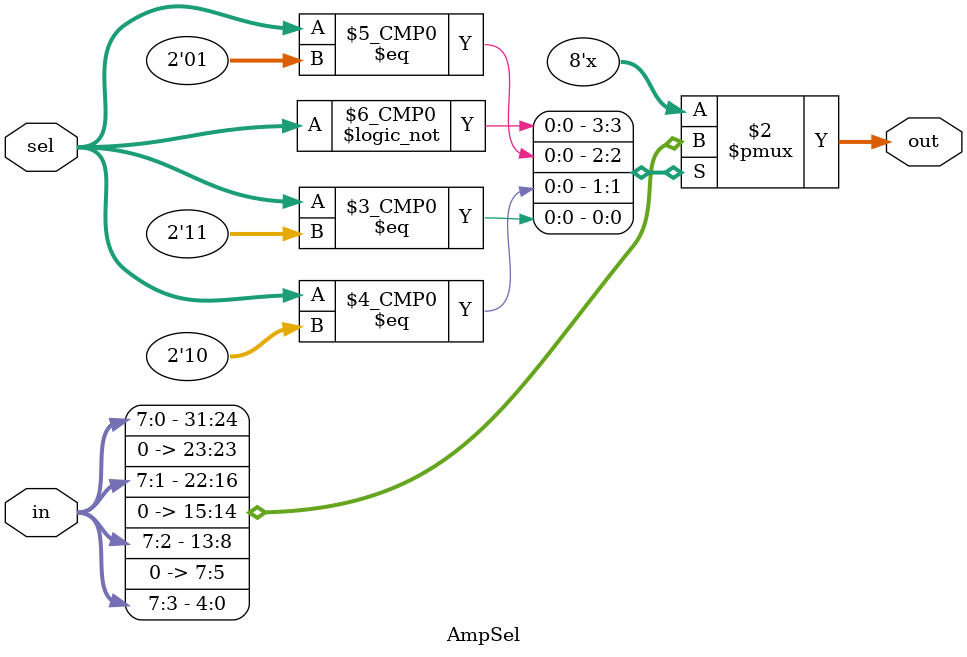
<source format=v>
module AmpSel(sel, in, out);
	input[7:0] in;
	output [7:0] out;
	reg [7:0] out;
	input[1:0] sel;

	always @(sel, in)
		begin
			out <= in;
			case (sel)
				2'b00:
					out <= in;
				2'b01:
					out <= {1'b0, in[7:1]};
				2'b10:
					out <= {2'b0, in[7:2]};
				2'b11:
					out <= {3'b0, in[7:3]};
			endcase
		end
		
endmodule
</source>
